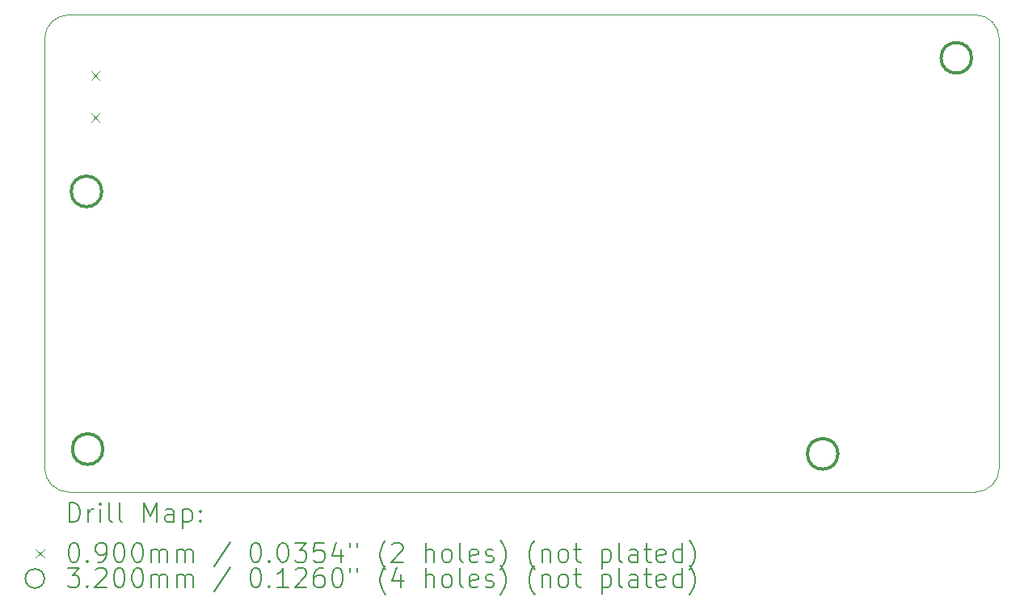
<source format=gbr>
%TF.GenerationSoftware,KiCad,Pcbnew,8.0.4-8.0.4-0~ubuntu24.04.1*%
%TF.CreationDate,2024-07-23T16:29:13+10:00*%
%TF.ProjectId,lo_cate_pcb,6c6f5f63-6174-4655-9f70-63622e6b6963,rev?*%
%TF.SameCoordinates,Original*%
%TF.FileFunction,Drillmap*%
%TF.FilePolarity,Positive*%
%FSLAX45Y45*%
G04 Gerber Fmt 4.5, Leading zero omitted, Abs format (unit mm)*
G04 Created by KiCad (PCBNEW 8.0.4-8.0.4-0~ubuntu24.04.1) date 2024-07-23 16:29:13*
%MOMM*%
%LPD*%
G01*
G04 APERTURE LIST*
%ADD10C,0.050000*%
%ADD11C,0.200000*%
%ADD12C,0.100000*%
%ADD13C,0.320000*%
G04 APERTURE END LIST*
D10*
X9752500Y-7610000D02*
X9752500Y-12110000D01*
X19752500Y-12110000D02*
G75*
G02*
X19502500Y-12360000I-250000J0D01*
G01*
X10002500Y-12360000D02*
G75*
G02*
X9752500Y-12110000I0J250000D01*
G01*
X9752500Y-7610000D02*
G75*
G02*
X10002500Y-7360000I250000J0D01*
G01*
X19752500Y-7610000D02*
X19752500Y-12110000D01*
X19502500Y-7360000D02*
G75*
G02*
X19752500Y-7610000I0J-250000D01*
G01*
X10002500Y-7360000D02*
X19502500Y-7360000D01*
X10002500Y-12360000D02*
X19502500Y-12360000D01*
D11*
D12*
X10237500Y-7953000D02*
X10327500Y-8043000D01*
X10327500Y-7953000D02*
X10237500Y-8043000D01*
X10237500Y-8393000D02*
X10327500Y-8483000D01*
X10327500Y-8393000D02*
X10237500Y-8483000D01*
D13*
X10350000Y-9210000D02*
G75*
G02*
X10030000Y-9210000I-160000J0D01*
G01*
X10030000Y-9210000D02*
G75*
G02*
X10350000Y-9210000I160000J0D01*
G01*
X10362500Y-11910000D02*
G75*
G02*
X10042500Y-11910000I-160000J0D01*
G01*
X10042500Y-11910000D02*
G75*
G02*
X10362500Y-11910000I160000J0D01*
G01*
X18062500Y-11960000D02*
G75*
G02*
X17742500Y-11960000I-160000J0D01*
G01*
X17742500Y-11960000D02*
G75*
G02*
X18062500Y-11960000I160000J0D01*
G01*
X19462500Y-7810000D02*
G75*
G02*
X19142500Y-7810000I-160000J0D01*
G01*
X19142500Y-7810000D02*
G75*
G02*
X19462500Y-7810000I160000J0D01*
G01*
D11*
X10010777Y-12673984D02*
X10010777Y-12473984D01*
X10010777Y-12473984D02*
X10058396Y-12473984D01*
X10058396Y-12473984D02*
X10086967Y-12483508D01*
X10086967Y-12483508D02*
X10106015Y-12502555D01*
X10106015Y-12502555D02*
X10115539Y-12521603D01*
X10115539Y-12521603D02*
X10125063Y-12559698D01*
X10125063Y-12559698D02*
X10125063Y-12588269D01*
X10125063Y-12588269D02*
X10115539Y-12626365D01*
X10115539Y-12626365D02*
X10106015Y-12645412D01*
X10106015Y-12645412D02*
X10086967Y-12664460D01*
X10086967Y-12664460D02*
X10058396Y-12673984D01*
X10058396Y-12673984D02*
X10010777Y-12673984D01*
X10210777Y-12673984D02*
X10210777Y-12540650D01*
X10210777Y-12578746D02*
X10220301Y-12559698D01*
X10220301Y-12559698D02*
X10229824Y-12550174D01*
X10229824Y-12550174D02*
X10248872Y-12540650D01*
X10248872Y-12540650D02*
X10267920Y-12540650D01*
X10334586Y-12673984D02*
X10334586Y-12540650D01*
X10334586Y-12473984D02*
X10325063Y-12483508D01*
X10325063Y-12483508D02*
X10334586Y-12493031D01*
X10334586Y-12493031D02*
X10344110Y-12483508D01*
X10344110Y-12483508D02*
X10334586Y-12473984D01*
X10334586Y-12473984D02*
X10334586Y-12493031D01*
X10458396Y-12673984D02*
X10439348Y-12664460D01*
X10439348Y-12664460D02*
X10429824Y-12645412D01*
X10429824Y-12645412D02*
X10429824Y-12473984D01*
X10563158Y-12673984D02*
X10544110Y-12664460D01*
X10544110Y-12664460D02*
X10534586Y-12645412D01*
X10534586Y-12645412D02*
X10534586Y-12473984D01*
X10791729Y-12673984D02*
X10791729Y-12473984D01*
X10791729Y-12473984D02*
X10858396Y-12616841D01*
X10858396Y-12616841D02*
X10925063Y-12473984D01*
X10925063Y-12473984D02*
X10925063Y-12673984D01*
X11106015Y-12673984D02*
X11106015Y-12569222D01*
X11106015Y-12569222D02*
X11096491Y-12550174D01*
X11096491Y-12550174D02*
X11077444Y-12540650D01*
X11077444Y-12540650D02*
X11039348Y-12540650D01*
X11039348Y-12540650D02*
X11020301Y-12550174D01*
X11106015Y-12664460D02*
X11086967Y-12673984D01*
X11086967Y-12673984D02*
X11039348Y-12673984D01*
X11039348Y-12673984D02*
X11020301Y-12664460D01*
X11020301Y-12664460D02*
X11010777Y-12645412D01*
X11010777Y-12645412D02*
X11010777Y-12626365D01*
X11010777Y-12626365D02*
X11020301Y-12607317D01*
X11020301Y-12607317D02*
X11039348Y-12597793D01*
X11039348Y-12597793D02*
X11086967Y-12597793D01*
X11086967Y-12597793D02*
X11106015Y-12588269D01*
X11201253Y-12540650D02*
X11201253Y-12740650D01*
X11201253Y-12550174D02*
X11220301Y-12540650D01*
X11220301Y-12540650D02*
X11258396Y-12540650D01*
X11258396Y-12540650D02*
X11277443Y-12550174D01*
X11277443Y-12550174D02*
X11286967Y-12559698D01*
X11286967Y-12559698D02*
X11296491Y-12578746D01*
X11296491Y-12578746D02*
X11296491Y-12635888D01*
X11296491Y-12635888D02*
X11286967Y-12654936D01*
X11286967Y-12654936D02*
X11277443Y-12664460D01*
X11277443Y-12664460D02*
X11258396Y-12673984D01*
X11258396Y-12673984D02*
X11220301Y-12673984D01*
X11220301Y-12673984D02*
X11201253Y-12664460D01*
X11382205Y-12654936D02*
X11391729Y-12664460D01*
X11391729Y-12664460D02*
X11382205Y-12673984D01*
X11382205Y-12673984D02*
X11372682Y-12664460D01*
X11372682Y-12664460D02*
X11382205Y-12654936D01*
X11382205Y-12654936D02*
X11382205Y-12673984D01*
X11382205Y-12550174D02*
X11391729Y-12559698D01*
X11391729Y-12559698D02*
X11382205Y-12569222D01*
X11382205Y-12569222D02*
X11372682Y-12559698D01*
X11372682Y-12559698D02*
X11382205Y-12550174D01*
X11382205Y-12550174D02*
X11382205Y-12569222D01*
D12*
X9660000Y-12957500D02*
X9750000Y-13047500D01*
X9750000Y-12957500D02*
X9660000Y-13047500D01*
D11*
X10048872Y-12893984D02*
X10067920Y-12893984D01*
X10067920Y-12893984D02*
X10086967Y-12903508D01*
X10086967Y-12903508D02*
X10096491Y-12913031D01*
X10096491Y-12913031D02*
X10106015Y-12932079D01*
X10106015Y-12932079D02*
X10115539Y-12970174D01*
X10115539Y-12970174D02*
X10115539Y-13017793D01*
X10115539Y-13017793D02*
X10106015Y-13055888D01*
X10106015Y-13055888D02*
X10096491Y-13074936D01*
X10096491Y-13074936D02*
X10086967Y-13084460D01*
X10086967Y-13084460D02*
X10067920Y-13093984D01*
X10067920Y-13093984D02*
X10048872Y-13093984D01*
X10048872Y-13093984D02*
X10029824Y-13084460D01*
X10029824Y-13084460D02*
X10020301Y-13074936D01*
X10020301Y-13074936D02*
X10010777Y-13055888D01*
X10010777Y-13055888D02*
X10001253Y-13017793D01*
X10001253Y-13017793D02*
X10001253Y-12970174D01*
X10001253Y-12970174D02*
X10010777Y-12932079D01*
X10010777Y-12932079D02*
X10020301Y-12913031D01*
X10020301Y-12913031D02*
X10029824Y-12903508D01*
X10029824Y-12903508D02*
X10048872Y-12893984D01*
X10201253Y-13074936D02*
X10210777Y-13084460D01*
X10210777Y-13084460D02*
X10201253Y-13093984D01*
X10201253Y-13093984D02*
X10191729Y-13084460D01*
X10191729Y-13084460D02*
X10201253Y-13074936D01*
X10201253Y-13074936D02*
X10201253Y-13093984D01*
X10306015Y-13093984D02*
X10344110Y-13093984D01*
X10344110Y-13093984D02*
X10363158Y-13084460D01*
X10363158Y-13084460D02*
X10372682Y-13074936D01*
X10372682Y-13074936D02*
X10391729Y-13046365D01*
X10391729Y-13046365D02*
X10401253Y-13008269D01*
X10401253Y-13008269D02*
X10401253Y-12932079D01*
X10401253Y-12932079D02*
X10391729Y-12913031D01*
X10391729Y-12913031D02*
X10382205Y-12903508D01*
X10382205Y-12903508D02*
X10363158Y-12893984D01*
X10363158Y-12893984D02*
X10325063Y-12893984D01*
X10325063Y-12893984D02*
X10306015Y-12903508D01*
X10306015Y-12903508D02*
X10296491Y-12913031D01*
X10296491Y-12913031D02*
X10286967Y-12932079D01*
X10286967Y-12932079D02*
X10286967Y-12979698D01*
X10286967Y-12979698D02*
X10296491Y-12998746D01*
X10296491Y-12998746D02*
X10306015Y-13008269D01*
X10306015Y-13008269D02*
X10325063Y-13017793D01*
X10325063Y-13017793D02*
X10363158Y-13017793D01*
X10363158Y-13017793D02*
X10382205Y-13008269D01*
X10382205Y-13008269D02*
X10391729Y-12998746D01*
X10391729Y-12998746D02*
X10401253Y-12979698D01*
X10525063Y-12893984D02*
X10544110Y-12893984D01*
X10544110Y-12893984D02*
X10563158Y-12903508D01*
X10563158Y-12903508D02*
X10572682Y-12913031D01*
X10572682Y-12913031D02*
X10582205Y-12932079D01*
X10582205Y-12932079D02*
X10591729Y-12970174D01*
X10591729Y-12970174D02*
X10591729Y-13017793D01*
X10591729Y-13017793D02*
X10582205Y-13055888D01*
X10582205Y-13055888D02*
X10572682Y-13074936D01*
X10572682Y-13074936D02*
X10563158Y-13084460D01*
X10563158Y-13084460D02*
X10544110Y-13093984D01*
X10544110Y-13093984D02*
X10525063Y-13093984D01*
X10525063Y-13093984D02*
X10506015Y-13084460D01*
X10506015Y-13084460D02*
X10496491Y-13074936D01*
X10496491Y-13074936D02*
X10486967Y-13055888D01*
X10486967Y-13055888D02*
X10477444Y-13017793D01*
X10477444Y-13017793D02*
X10477444Y-12970174D01*
X10477444Y-12970174D02*
X10486967Y-12932079D01*
X10486967Y-12932079D02*
X10496491Y-12913031D01*
X10496491Y-12913031D02*
X10506015Y-12903508D01*
X10506015Y-12903508D02*
X10525063Y-12893984D01*
X10715539Y-12893984D02*
X10734586Y-12893984D01*
X10734586Y-12893984D02*
X10753634Y-12903508D01*
X10753634Y-12903508D02*
X10763158Y-12913031D01*
X10763158Y-12913031D02*
X10772682Y-12932079D01*
X10772682Y-12932079D02*
X10782205Y-12970174D01*
X10782205Y-12970174D02*
X10782205Y-13017793D01*
X10782205Y-13017793D02*
X10772682Y-13055888D01*
X10772682Y-13055888D02*
X10763158Y-13074936D01*
X10763158Y-13074936D02*
X10753634Y-13084460D01*
X10753634Y-13084460D02*
X10734586Y-13093984D01*
X10734586Y-13093984D02*
X10715539Y-13093984D01*
X10715539Y-13093984D02*
X10696491Y-13084460D01*
X10696491Y-13084460D02*
X10686967Y-13074936D01*
X10686967Y-13074936D02*
X10677444Y-13055888D01*
X10677444Y-13055888D02*
X10667920Y-13017793D01*
X10667920Y-13017793D02*
X10667920Y-12970174D01*
X10667920Y-12970174D02*
X10677444Y-12932079D01*
X10677444Y-12932079D02*
X10686967Y-12913031D01*
X10686967Y-12913031D02*
X10696491Y-12903508D01*
X10696491Y-12903508D02*
X10715539Y-12893984D01*
X10867920Y-13093984D02*
X10867920Y-12960650D01*
X10867920Y-12979698D02*
X10877444Y-12970174D01*
X10877444Y-12970174D02*
X10896491Y-12960650D01*
X10896491Y-12960650D02*
X10925063Y-12960650D01*
X10925063Y-12960650D02*
X10944110Y-12970174D01*
X10944110Y-12970174D02*
X10953634Y-12989222D01*
X10953634Y-12989222D02*
X10953634Y-13093984D01*
X10953634Y-12989222D02*
X10963158Y-12970174D01*
X10963158Y-12970174D02*
X10982205Y-12960650D01*
X10982205Y-12960650D02*
X11010777Y-12960650D01*
X11010777Y-12960650D02*
X11029825Y-12970174D01*
X11029825Y-12970174D02*
X11039348Y-12989222D01*
X11039348Y-12989222D02*
X11039348Y-13093984D01*
X11134586Y-13093984D02*
X11134586Y-12960650D01*
X11134586Y-12979698D02*
X11144110Y-12970174D01*
X11144110Y-12970174D02*
X11163158Y-12960650D01*
X11163158Y-12960650D02*
X11191729Y-12960650D01*
X11191729Y-12960650D02*
X11210777Y-12970174D01*
X11210777Y-12970174D02*
X11220301Y-12989222D01*
X11220301Y-12989222D02*
X11220301Y-13093984D01*
X11220301Y-12989222D02*
X11229824Y-12970174D01*
X11229824Y-12970174D02*
X11248872Y-12960650D01*
X11248872Y-12960650D02*
X11277443Y-12960650D01*
X11277443Y-12960650D02*
X11296491Y-12970174D01*
X11296491Y-12970174D02*
X11306015Y-12989222D01*
X11306015Y-12989222D02*
X11306015Y-13093984D01*
X11696491Y-12884460D02*
X11525063Y-13141603D01*
X11953634Y-12893984D02*
X11972682Y-12893984D01*
X11972682Y-12893984D02*
X11991729Y-12903508D01*
X11991729Y-12903508D02*
X12001253Y-12913031D01*
X12001253Y-12913031D02*
X12010777Y-12932079D01*
X12010777Y-12932079D02*
X12020301Y-12970174D01*
X12020301Y-12970174D02*
X12020301Y-13017793D01*
X12020301Y-13017793D02*
X12010777Y-13055888D01*
X12010777Y-13055888D02*
X12001253Y-13074936D01*
X12001253Y-13074936D02*
X11991729Y-13084460D01*
X11991729Y-13084460D02*
X11972682Y-13093984D01*
X11972682Y-13093984D02*
X11953634Y-13093984D01*
X11953634Y-13093984D02*
X11934586Y-13084460D01*
X11934586Y-13084460D02*
X11925063Y-13074936D01*
X11925063Y-13074936D02*
X11915539Y-13055888D01*
X11915539Y-13055888D02*
X11906015Y-13017793D01*
X11906015Y-13017793D02*
X11906015Y-12970174D01*
X11906015Y-12970174D02*
X11915539Y-12932079D01*
X11915539Y-12932079D02*
X11925063Y-12913031D01*
X11925063Y-12913031D02*
X11934586Y-12903508D01*
X11934586Y-12903508D02*
X11953634Y-12893984D01*
X12106015Y-13074936D02*
X12115539Y-13084460D01*
X12115539Y-13084460D02*
X12106015Y-13093984D01*
X12106015Y-13093984D02*
X12096491Y-13084460D01*
X12096491Y-13084460D02*
X12106015Y-13074936D01*
X12106015Y-13074936D02*
X12106015Y-13093984D01*
X12239348Y-12893984D02*
X12258396Y-12893984D01*
X12258396Y-12893984D02*
X12277444Y-12903508D01*
X12277444Y-12903508D02*
X12286967Y-12913031D01*
X12286967Y-12913031D02*
X12296491Y-12932079D01*
X12296491Y-12932079D02*
X12306015Y-12970174D01*
X12306015Y-12970174D02*
X12306015Y-13017793D01*
X12306015Y-13017793D02*
X12296491Y-13055888D01*
X12296491Y-13055888D02*
X12286967Y-13074936D01*
X12286967Y-13074936D02*
X12277444Y-13084460D01*
X12277444Y-13084460D02*
X12258396Y-13093984D01*
X12258396Y-13093984D02*
X12239348Y-13093984D01*
X12239348Y-13093984D02*
X12220301Y-13084460D01*
X12220301Y-13084460D02*
X12210777Y-13074936D01*
X12210777Y-13074936D02*
X12201253Y-13055888D01*
X12201253Y-13055888D02*
X12191729Y-13017793D01*
X12191729Y-13017793D02*
X12191729Y-12970174D01*
X12191729Y-12970174D02*
X12201253Y-12932079D01*
X12201253Y-12932079D02*
X12210777Y-12913031D01*
X12210777Y-12913031D02*
X12220301Y-12903508D01*
X12220301Y-12903508D02*
X12239348Y-12893984D01*
X12372682Y-12893984D02*
X12496491Y-12893984D01*
X12496491Y-12893984D02*
X12429825Y-12970174D01*
X12429825Y-12970174D02*
X12458396Y-12970174D01*
X12458396Y-12970174D02*
X12477444Y-12979698D01*
X12477444Y-12979698D02*
X12486967Y-12989222D01*
X12486967Y-12989222D02*
X12496491Y-13008269D01*
X12496491Y-13008269D02*
X12496491Y-13055888D01*
X12496491Y-13055888D02*
X12486967Y-13074936D01*
X12486967Y-13074936D02*
X12477444Y-13084460D01*
X12477444Y-13084460D02*
X12458396Y-13093984D01*
X12458396Y-13093984D02*
X12401253Y-13093984D01*
X12401253Y-13093984D02*
X12382206Y-13084460D01*
X12382206Y-13084460D02*
X12372682Y-13074936D01*
X12677444Y-12893984D02*
X12582206Y-12893984D01*
X12582206Y-12893984D02*
X12572682Y-12989222D01*
X12572682Y-12989222D02*
X12582206Y-12979698D01*
X12582206Y-12979698D02*
X12601253Y-12970174D01*
X12601253Y-12970174D02*
X12648872Y-12970174D01*
X12648872Y-12970174D02*
X12667920Y-12979698D01*
X12667920Y-12979698D02*
X12677444Y-12989222D01*
X12677444Y-12989222D02*
X12686967Y-13008269D01*
X12686967Y-13008269D02*
X12686967Y-13055888D01*
X12686967Y-13055888D02*
X12677444Y-13074936D01*
X12677444Y-13074936D02*
X12667920Y-13084460D01*
X12667920Y-13084460D02*
X12648872Y-13093984D01*
X12648872Y-13093984D02*
X12601253Y-13093984D01*
X12601253Y-13093984D02*
X12582206Y-13084460D01*
X12582206Y-13084460D02*
X12572682Y-13074936D01*
X12858396Y-12960650D02*
X12858396Y-13093984D01*
X12810777Y-12884460D02*
X12763158Y-13027317D01*
X12763158Y-13027317D02*
X12886967Y-13027317D01*
X12953634Y-12893984D02*
X12953634Y-12932079D01*
X13029825Y-12893984D02*
X13029825Y-12932079D01*
X13325063Y-13170174D02*
X13315539Y-13160650D01*
X13315539Y-13160650D02*
X13296491Y-13132079D01*
X13296491Y-13132079D02*
X13286968Y-13113031D01*
X13286968Y-13113031D02*
X13277444Y-13084460D01*
X13277444Y-13084460D02*
X13267920Y-13036841D01*
X13267920Y-13036841D02*
X13267920Y-12998746D01*
X13267920Y-12998746D02*
X13277444Y-12951127D01*
X13277444Y-12951127D02*
X13286968Y-12922555D01*
X13286968Y-12922555D02*
X13296491Y-12903508D01*
X13296491Y-12903508D02*
X13315539Y-12874936D01*
X13315539Y-12874936D02*
X13325063Y-12865412D01*
X13391729Y-12913031D02*
X13401253Y-12903508D01*
X13401253Y-12903508D02*
X13420301Y-12893984D01*
X13420301Y-12893984D02*
X13467920Y-12893984D01*
X13467920Y-12893984D02*
X13486968Y-12903508D01*
X13486968Y-12903508D02*
X13496491Y-12913031D01*
X13496491Y-12913031D02*
X13506015Y-12932079D01*
X13506015Y-12932079D02*
X13506015Y-12951127D01*
X13506015Y-12951127D02*
X13496491Y-12979698D01*
X13496491Y-12979698D02*
X13382206Y-13093984D01*
X13382206Y-13093984D02*
X13506015Y-13093984D01*
X13744110Y-13093984D02*
X13744110Y-12893984D01*
X13829825Y-13093984D02*
X13829825Y-12989222D01*
X13829825Y-12989222D02*
X13820301Y-12970174D01*
X13820301Y-12970174D02*
X13801253Y-12960650D01*
X13801253Y-12960650D02*
X13772682Y-12960650D01*
X13772682Y-12960650D02*
X13753634Y-12970174D01*
X13753634Y-12970174D02*
X13744110Y-12979698D01*
X13953634Y-13093984D02*
X13934587Y-13084460D01*
X13934587Y-13084460D02*
X13925063Y-13074936D01*
X13925063Y-13074936D02*
X13915539Y-13055888D01*
X13915539Y-13055888D02*
X13915539Y-12998746D01*
X13915539Y-12998746D02*
X13925063Y-12979698D01*
X13925063Y-12979698D02*
X13934587Y-12970174D01*
X13934587Y-12970174D02*
X13953634Y-12960650D01*
X13953634Y-12960650D02*
X13982206Y-12960650D01*
X13982206Y-12960650D02*
X14001253Y-12970174D01*
X14001253Y-12970174D02*
X14010777Y-12979698D01*
X14010777Y-12979698D02*
X14020301Y-12998746D01*
X14020301Y-12998746D02*
X14020301Y-13055888D01*
X14020301Y-13055888D02*
X14010777Y-13074936D01*
X14010777Y-13074936D02*
X14001253Y-13084460D01*
X14001253Y-13084460D02*
X13982206Y-13093984D01*
X13982206Y-13093984D02*
X13953634Y-13093984D01*
X14134587Y-13093984D02*
X14115539Y-13084460D01*
X14115539Y-13084460D02*
X14106015Y-13065412D01*
X14106015Y-13065412D02*
X14106015Y-12893984D01*
X14286968Y-13084460D02*
X14267920Y-13093984D01*
X14267920Y-13093984D02*
X14229825Y-13093984D01*
X14229825Y-13093984D02*
X14210777Y-13084460D01*
X14210777Y-13084460D02*
X14201253Y-13065412D01*
X14201253Y-13065412D02*
X14201253Y-12989222D01*
X14201253Y-12989222D02*
X14210777Y-12970174D01*
X14210777Y-12970174D02*
X14229825Y-12960650D01*
X14229825Y-12960650D02*
X14267920Y-12960650D01*
X14267920Y-12960650D02*
X14286968Y-12970174D01*
X14286968Y-12970174D02*
X14296491Y-12989222D01*
X14296491Y-12989222D02*
X14296491Y-13008269D01*
X14296491Y-13008269D02*
X14201253Y-13027317D01*
X14372682Y-13084460D02*
X14391730Y-13093984D01*
X14391730Y-13093984D02*
X14429825Y-13093984D01*
X14429825Y-13093984D02*
X14448872Y-13084460D01*
X14448872Y-13084460D02*
X14458396Y-13065412D01*
X14458396Y-13065412D02*
X14458396Y-13055888D01*
X14458396Y-13055888D02*
X14448872Y-13036841D01*
X14448872Y-13036841D02*
X14429825Y-13027317D01*
X14429825Y-13027317D02*
X14401253Y-13027317D01*
X14401253Y-13027317D02*
X14382206Y-13017793D01*
X14382206Y-13017793D02*
X14372682Y-12998746D01*
X14372682Y-12998746D02*
X14372682Y-12989222D01*
X14372682Y-12989222D02*
X14382206Y-12970174D01*
X14382206Y-12970174D02*
X14401253Y-12960650D01*
X14401253Y-12960650D02*
X14429825Y-12960650D01*
X14429825Y-12960650D02*
X14448872Y-12970174D01*
X14525063Y-13170174D02*
X14534587Y-13160650D01*
X14534587Y-13160650D02*
X14553634Y-13132079D01*
X14553634Y-13132079D02*
X14563158Y-13113031D01*
X14563158Y-13113031D02*
X14572682Y-13084460D01*
X14572682Y-13084460D02*
X14582206Y-13036841D01*
X14582206Y-13036841D02*
X14582206Y-12998746D01*
X14582206Y-12998746D02*
X14572682Y-12951127D01*
X14572682Y-12951127D02*
X14563158Y-12922555D01*
X14563158Y-12922555D02*
X14553634Y-12903508D01*
X14553634Y-12903508D02*
X14534587Y-12874936D01*
X14534587Y-12874936D02*
X14525063Y-12865412D01*
X14886968Y-13170174D02*
X14877444Y-13160650D01*
X14877444Y-13160650D02*
X14858396Y-13132079D01*
X14858396Y-13132079D02*
X14848872Y-13113031D01*
X14848872Y-13113031D02*
X14839349Y-13084460D01*
X14839349Y-13084460D02*
X14829825Y-13036841D01*
X14829825Y-13036841D02*
X14829825Y-12998746D01*
X14829825Y-12998746D02*
X14839349Y-12951127D01*
X14839349Y-12951127D02*
X14848872Y-12922555D01*
X14848872Y-12922555D02*
X14858396Y-12903508D01*
X14858396Y-12903508D02*
X14877444Y-12874936D01*
X14877444Y-12874936D02*
X14886968Y-12865412D01*
X14963158Y-12960650D02*
X14963158Y-13093984D01*
X14963158Y-12979698D02*
X14972682Y-12970174D01*
X14972682Y-12970174D02*
X14991730Y-12960650D01*
X14991730Y-12960650D02*
X15020301Y-12960650D01*
X15020301Y-12960650D02*
X15039349Y-12970174D01*
X15039349Y-12970174D02*
X15048872Y-12989222D01*
X15048872Y-12989222D02*
X15048872Y-13093984D01*
X15172682Y-13093984D02*
X15153634Y-13084460D01*
X15153634Y-13084460D02*
X15144111Y-13074936D01*
X15144111Y-13074936D02*
X15134587Y-13055888D01*
X15134587Y-13055888D02*
X15134587Y-12998746D01*
X15134587Y-12998746D02*
X15144111Y-12979698D01*
X15144111Y-12979698D02*
X15153634Y-12970174D01*
X15153634Y-12970174D02*
X15172682Y-12960650D01*
X15172682Y-12960650D02*
X15201253Y-12960650D01*
X15201253Y-12960650D02*
X15220301Y-12970174D01*
X15220301Y-12970174D02*
X15229825Y-12979698D01*
X15229825Y-12979698D02*
X15239349Y-12998746D01*
X15239349Y-12998746D02*
X15239349Y-13055888D01*
X15239349Y-13055888D02*
X15229825Y-13074936D01*
X15229825Y-13074936D02*
X15220301Y-13084460D01*
X15220301Y-13084460D02*
X15201253Y-13093984D01*
X15201253Y-13093984D02*
X15172682Y-13093984D01*
X15296492Y-12960650D02*
X15372682Y-12960650D01*
X15325063Y-12893984D02*
X15325063Y-13065412D01*
X15325063Y-13065412D02*
X15334587Y-13084460D01*
X15334587Y-13084460D02*
X15353634Y-13093984D01*
X15353634Y-13093984D02*
X15372682Y-13093984D01*
X15591730Y-12960650D02*
X15591730Y-13160650D01*
X15591730Y-12970174D02*
X15610777Y-12960650D01*
X15610777Y-12960650D02*
X15648873Y-12960650D01*
X15648873Y-12960650D02*
X15667920Y-12970174D01*
X15667920Y-12970174D02*
X15677444Y-12979698D01*
X15677444Y-12979698D02*
X15686968Y-12998746D01*
X15686968Y-12998746D02*
X15686968Y-13055888D01*
X15686968Y-13055888D02*
X15677444Y-13074936D01*
X15677444Y-13074936D02*
X15667920Y-13084460D01*
X15667920Y-13084460D02*
X15648873Y-13093984D01*
X15648873Y-13093984D02*
X15610777Y-13093984D01*
X15610777Y-13093984D02*
X15591730Y-13084460D01*
X15801253Y-13093984D02*
X15782206Y-13084460D01*
X15782206Y-13084460D02*
X15772682Y-13065412D01*
X15772682Y-13065412D02*
X15772682Y-12893984D01*
X15963158Y-13093984D02*
X15963158Y-12989222D01*
X15963158Y-12989222D02*
X15953634Y-12970174D01*
X15953634Y-12970174D02*
X15934587Y-12960650D01*
X15934587Y-12960650D02*
X15896492Y-12960650D01*
X15896492Y-12960650D02*
X15877444Y-12970174D01*
X15963158Y-13084460D02*
X15944111Y-13093984D01*
X15944111Y-13093984D02*
X15896492Y-13093984D01*
X15896492Y-13093984D02*
X15877444Y-13084460D01*
X15877444Y-13084460D02*
X15867920Y-13065412D01*
X15867920Y-13065412D02*
X15867920Y-13046365D01*
X15867920Y-13046365D02*
X15877444Y-13027317D01*
X15877444Y-13027317D02*
X15896492Y-13017793D01*
X15896492Y-13017793D02*
X15944111Y-13017793D01*
X15944111Y-13017793D02*
X15963158Y-13008269D01*
X16029825Y-12960650D02*
X16106015Y-12960650D01*
X16058396Y-12893984D02*
X16058396Y-13065412D01*
X16058396Y-13065412D02*
X16067920Y-13084460D01*
X16067920Y-13084460D02*
X16086968Y-13093984D01*
X16086968Y-13093984D02*
X16106015Y-13093984D01*
X16248873Y-13084460D02*
X16229825Y-13093984D01*
X16229825Y-13093984D02*
X16191730Y-13093984D01*
X16191730Y-13093984D02*
X16172682Y-13084460D01*
X16172682Y-13084460D02*
X16163158Y-13065412D01*
X16163158Y-13065412D02*
X16163158Y-12989222D01*
X16163158Y-12989222D02*
X16172682Y-12970174D01*
X16172682Y-12970174D02*
X16191730Y-12960650D01*
X16191730Y-12960650D02*
X16229825Y-12960650D01*
X16229825Y-12960650D02*
X16248873Y-12970174D01*
X16248873Y-12970174D02*
X16258396Y-12989222D01*
X16258396Y-12989222D02*
X16258396Y-13008269D01*
X16258396Y-13008269D02*
X16163158Y-13027317D01*
X16429825Y-13093984D02*
X16429825Y-12893984D01*
X16429825Y-13084460D02*
X16410777Y-13093984D01*
X16410777Y-13093984D02*
X16372682Y-13093984D01*
X16372682Y-13093984D02*
X16353634Y-13084460D01*
X16353634Y-13084460D02*
X16344111Y-13074936D01*
X16344111Y-13074936D02*
X16334587Y-13055888D01*
X16334587Y-13055888D02*
X16334587Y-12998746D01*
X16334587Y-12998746D02*
X16344111Y-12979698D01*
X16344111Y-12979698D02*
X16353634Y-12970174D01*
X16353634Y-12970174D02*
X16372682Y-12960650D01*
X16372682Y-12960650D02*
X16410777Y-12960650D01*
X16410777Y-12960650D02*
X16429825Y-12970174D01*
X16506015Y-13170174D02*
X16515539Y-13160650D01*
X16515539Y-13160650D02*
X16534587Y-13132079D01*
X16534587Y-13132079D02*
X16544111Y-13113031D01*
X16544111Y-13113031D02*
X16553634Y-13084460D01*
X16553634Y-13084460D02*
X16563158Y-13036841D01*
X16563158Y-13036841D02*
X16563158Y-12998746D01*
X16563158Y-12998746D02*
X16553634Y-12951127D01*
X16553634Y-12951127D02*
X16544111Y-12922555D01*
X16544111Y-12922555D02*
X16534587Y-12903508D01*
X16534587Y-12903508D02*
X16515539Y-12874936D01*
X16515539Y-12874936D02*
X16506015Y-12865412D01*
X9750000Y-13266500D02*
G75*
G02*
X9550000Y-13266500I-100000J0D01*
G01*
X9550000Y-13266500D02*
G75*
G02*
X9750000Y-13266500I100000J0D01*
G01*
X9991729Y-13157984D02*
X10115539Y-13157984D01*
X10115539Y-13157984D02*
X10048872Y-13234174D01*
X10048872Y-13234174D02*
X10077444Y-13234174D01*
X10077444Y-13234174D02*
X10096491Y-13243698D01*
X10096491Y-13243698D02*
X10106015Y-13253222D01*
X10106015Y-13253222D02*
X10115539Y-13272269D01*
X10115539Y-13272269D02*
X10115539Y-13319888D01*
X10115539Y-13319888D02*
X10106015Y-13338936D01*
X10106015Y-13338936D02*
X10096491Y-13348460D01*
X10096491Y-13348460D02*
X10077444Y-13357984D01*
X10077444Y-13357984D02*
X10020301Y-13357984D01*
X10020301Y-13357984D02*
X10001253Y-13348460D01*
X10001253Y-13348460D02*
X9991729Y-13338936D01*
X10201253Y-13338936D02*
X10210777Y-13348460D01*
X10210777Y-13348460D02*
X10201253Y-13357984D01*
X10201253Y-13357984D02*
X10191729Y-13348460D01*
X10191729Y-13348460D02*
X10201253Y-13338936D01*
X10201253Y-13338936D02*
X10201253Y-13357984D01*
X10286967Y-13177031D02*
X10296491Y-13167508D01*
X10296491Y-13167508D02*
X10315539Y-13157984D01*
X10315539Y-13157984D02*
X10363158Y-13157984D01*
X10363158Y-13157984D02*
X10382205Y-13167508D01*
X10382205Y-13167508D02*
X10391729Y-13177031D01*
X10391729Y-13177031D02*
X10401253Y-13196079D01*
X10401253Y-13196079D02*
X10401253Y-13215127D01*
X10401253Y-13215127D02*
X10391729Y-13243698D01*
X10391729Y-13243698D02*
X10277444Y-13357984D01*
X10277444Y-13357984D02*
X10401253Y-13357984D01*
X10525063Y-13157984D02*
X10544110Y-13157984D01*
X10544110Y-13157984D02*
X10563158Y-13167508D01*
X10563158Y-13167508D02*
X10572682Y-13177031D01*
X10572682Y-13177031D02*
X10582205Y-13196079D01*
X10582205Y-13196079D02*
X10591729Y-13234174D01*
X10591729Y-13234174D02*
X10591729Y-13281793D01*
X10591729Y-13281793D02*
X10582205Y-13319888D01*
X10582205Y-13319888D02*
X10572682Y-13338936D01*
X10572682Y-13338936D02*
X10563158Y-13348460D01*
X10563158Y-13348460D02*
X10544110Y-13357984D01*
X10544110Y-13357984D02*
X10525063Y-13357984D01*
X10525063Y-13357984D02*
X10506015Y-13348460D01*
X10506015Y-13348460D02*
X10496491Y-13338936D01*
X10496491Y-13338936D02*
X10486967Y-13319888D01*
X10486967Y-13319888D02*
X10477444Y-13281793D01*
X10477444Y-13281793D02*
X10477444Y-13234174D01*
X10477444Y-13234174D02*
X10486967Y-13196079D01*
X10486967Y-13196079D02*
X10496491Y-13177031D01*
X10496491Y-13177031D02*
X10506015Y-13167508D01*
X10506015Y-13167508D02*
X10525063Y-13157984D01*
X10715539Y-13157984D02*
X10734586Y-13157984D01*
X10734586Y-13157984D02*
X10753634Y-13167508D01*
X10753634Y-13167508D02*
X10763158Y-13177031D01*
X10763158Y-13177031D02*
X10772682Y-13196079D01*
X10772682Y-13196079D02*
X10782205Y-13234174D01*
X10782205Y-13234174D02*
X10782205Y-13281793D01*
X10782205Y-13281793D02*
X10772682Y-13319888D01*
X10772682Y-13319888D02*
X10763158Y-13338936D01*
X10763158Y-13338936D02*
X10753634Y-13348460D01*
X10753634Y-13348460D02*
X10734586Y-13357984D01*
X10734586Y-13357984D02*
X10715539Y-13357984D01*
X10715539Y-13357984D02*
X10696491Y-13348460D01*
X10696491Y-13348460D02*
X10686967Y-13338936D01*
X10686967Y-13338936D02*
X10677444Y-13319888D01*
X10677444Y-13319888D02*
X10667920Y-13281793D01*
X10667920Y-13281793D02*
X10667920Y-13234174D01*
X10667920Y-13234174D02*
X10677444Y-13196079D01*
X10677444Y-13196079D02*
X10686967Y-13177031D01*
X10686967Y-13177031D02*
X10696491Y-13167508D01*
X10696491Y-13167508D02*
X10715539Y-13157984D01*
X10867920Y-13357984D02*
X10867920Y-13224650D01*
X10867920Y-13243698D02*
X10877444Y-13234174D01*
X10877444Y-13234174D02*
X10896491Y-13224650D01*
X10896491Y-13224650D02*
X10925063Y-13224650D01*
X10925063Y-13224650D02*
X10944110Y-13234174D01*
X10944110Y-13234174D02*
X10953634Y-13253222D01*
X10953634Y-13253222D02*
X10953634Y-13357984D01*
X10953634Y-13253222D02*
X10963158Y-13234174D01*
X10963158Y-13234174D02*
X10982205Y-13224650D01*
X10982205Y-13224650D02*
X11010777Y-13224650D01*
X11010777Y-13224650D02*
X11029825Y-13234174D01*
X11029825Y-13234174D02*
X11039348Y-13253222D01*
X11039348Y-13253222D02*
X11039348Y-13357984D01*
X11134586Y-13357984D02*
X11134586Y-13224650D01*
X11134586Y-13243698D02*
X11144110Y-13234174D01*
X11144110Y-13234174D02*
X11163158Y-13224650D01*
X11163158Y-13224650D02*
X11191729Y-13224650D01*
X11191729Y-13224650D02*
X11210777Y-13234174D01*
X11210777Y-13234174D02*
X11220301Y-13253222D01*
X11220301Y-13253222D02*
X11220301Y-13357984D01*
X11220301Y-13253222D02*
X11229824Y-13234174D01*
X11229824Y-13234174D02*
X11248872Y-13224650D01*
X11248872Y-13224650D02*
X11277443Y-13224650D01*
X11277443Y-13224650D02*
X11296491Y-13234174D01*
X11296491Y-13234174D02*
X11306015Y-13253222D01*
X11306015Y-13253222D02*
X11306015Y-13357984D01*
X11696491Y-13148460D02*
X11525063Y-13405603D01*
X11953634Y-13157984D02*
X11972682Y-13157984D01*
X11972682Y-13157984D02*
X11991729Y-13167508D01*
X11991729Y-13167508D02*
X12001253Y-13177031D01*
X12001253Y-13177031D02*
X12010777Y-13196079D01*
X12010777Y-13196079D02*
X12020301Y-13234174D01*
X12020301Y-13234174D02*
X12020301Y-13281793D01*
X12020301Y-13281793D02*
X12010777Y-13319888D01*
X12010777Y-13319888D02*
X12001253Y-13338936D01*
X12001253Y-13338936D02*
X11991729Y-13348460D01*
X11991729Y-13348460D02*
X11972682Y-13357984D01*
X11972682Y-13357984D02*
X11953634Y-13357984D01*
X11953634Y-13357984D02*
X11934586Y-13348460D01*
X11934586Y-13348460D02*
X11925063Y-13338936D01*
X11925063Y-13338936D02*
X11915539Y-13319888D01*
X11915539Y-13319888D02*
X11906015Y-13281793D01*
X11906015Y-13281793D02*
X11906015Y-13234174D01*
X11906015Y-13234174D02*
X11915539Y-13196079D01*
X11915539Y-13196079D02*
X11925063Y-13177031D01*
X11925063Y-13177031D02*
X11934586Y-13167508D01*
X11934586Y-13167508D02*
X11953634Y-13157984D01*
X12106015Y-13338936D02*
X12115539Y-13348460D01*
X12115539Y-13348460D02*
X12106015Y-13357984D01*
X12106015Y-13357984D02*
X12096491Y-13348460D01*
X12096491Y-13348460D02*
X12106015Y-13338936D01*
X12106015Y-13338936D02*
X12106015Y-13357984D01*
X12306015Y-13357984D02*
X12191729Y-13357984D01*
X12248872Y-13357984D02*
X12248872Y-13157984D01*
X12248872Y-13157984D02*
X12229825Y-13186555D01*
X12229825Y-13186555D02*
X12210777Y-13205603D01*
X12210777Y-13205603D02*
X12191729Y-13215127D01*
X12382206Y-13177031D02*
X12391729Y-13167508D01*
X12391729Y-13167508D02*
X12410777Y-13157984D01*
X12410777Y-13157984D02*
X12458396Y-13157984D01*
X12458396Y-13157984D02*
X12477444Y-13167508D01*
X12477444Y-13167508D02*
X12486967Y-13177031D01*
X12486967Y-13177031D02*
X12496491Y-13196079D01*
X12496491Y-13196079D02*
X12496491Y-13215127D01*
X12496491Y-13215127D02*
X12486967Y-13243698D01*
X12486967Y-13243698D02*
X12372682Y-13357984D01*
X12372682Y-13357984D02*
X12496491Y-13357984D01*
X12667920Y-13157984D02*
X12629825Y-13157984D01*
X12629825Y-13157984D02*
X12610777Y-13167508D01*
X12610777Y-13167508D02*
X12601253Y-13177031D01*
X12601253Y-13177031D02*
X12582206Y-13205603D01*
X12582206Y-13205603D02*
X12572682Y-13243698D01*
X12572682Y-13243698D02*
X12572682Y-13319888D01*
X12572682Y-13319888D02*
X12582206Y-13338936D01*
X12582206Y-13338936D02*
X12591729Y-13348460D01*
X12591729Y-13348460D02*
X12610777Y-13357984D01*
X12610777Y-13357984D02*
X12648872Y-13357984D01*
X12648872Y-13357984D02*
X12667920Y-13348460D01*
X12667920Y-13348460D02*
X12677444Y-13338936D01*
X12677444Y-13338936D02*
X12686967Y-13319888D01*
X12686967Y-13319888D02*
X12686967Y-13272269D01*
X12686967Y-13272269D02*
X12677444Y-13253222D01*
X12677444Y-13253222D02*
X12667920Y-13243698D01*
X12667920Y-13243698D02*
X12648872Y-13234174D01*
X12648872Y-13234174D02*
X12610777Y-13234174D01*
X12610777Y-13234174D02*
X12591729Y-13243698D01*
X12591729Y-13243698D02*
X12582206Y-13253222D01*
X12582206Y-13253222D02*
X12572682Y-13272269D01*
X12810777Y-13157984D02*
X12829825Y-13157984D01*
X12829825Y-13157984D02*
X12848872Y-13167508D01*
X12848872Y-13167508D02*
X12858396Y-13177031D01*
X12858396Y-13177031D02*
X12867920Y-13196079D01*
X12867920Y-13196079D02*
X12877444Y-13234174D01*
X12877444Y-13234174D02*
X12877444Y-13281793D01*
X12877444Y-13281793D02*
X12867920Y-13319888D01*
X12867920Y-13319888D02*
X12858396Y-13338936D01*
X12858396Y-13338936D02*
X12848872Y-13348460D01*
X12848872Y-13348460D02*
X12829825Y-13357984D01*
X12829825Y-13357984D02*
X12810777Y-13357984D01*
X12810777Y-13357984D02*
X12791729Y-13348460D01*
X12791729Y-13348460D02*
X12782206Y-13338936D01*
X12782206Y-13338936D02*
X12772682Y-13319888D01*
X12772682Y-13319888D02*
X12763158Y-13281793D01*
X12763158Y-13281793D02*
X12763158Y-13234174D01*
X12763158Y-13234174D02*
X12772682Y-13196079D01*
X12772682Y-13196079D02*
X12782206Y-13177031D01*
X12782206Y-13177031D02*
X12791729Y-13167508D01*
X12791729Y-13167508D02*
X12810777Y-13157984D01*
X12953634Y-13157984D02*
X12953634Y-13196079D01*
X13029825Y-13157984D02*
X13029825Y-13196079D01*
X13325063Y-13434174D02*
X13315539Y-13424650D01*
X13315539Y-13424650D02*
X13296491Y-13396079D01*
X13296491Y-13396079D02*
X13286968Y-13377031D01*
X13286968Y-13377031D02*
X13277444Y-13348460D01*
X13277444Y-13348460D02*
X13267920Y-13300841D01*
X13267920Y-13300841D02*
X13267920Y-13262746D01*
X13267920Y-13262746D02*
X13277444Y-13215127D01*
X13277444Y-13215127D02*
X13286968Y-13186555D01*
X13286968Y-13186555D02*
X13296491Y-13167508D01*
X13296491Y-13167508D02*
X13315539Y-13138936D01*
X13315539Y-13138936D02*
X13325063Y-13129412D01*
X13486968Y-13224650D02*
X13486968Y-13357984D01*
X13439348Y-13148460D02*
X13391729Y-13291317D01*
X13391729Y-13291317D02*
X13515539Y-13291317D01*
X13744110Y-13357984D02*
X13744110Y-13157984D01*
X13829825Y-13357984D02*
X13829825Y-13253222D01*
X13829825Y-13253222D02*
X13820301Y-13234174D01*
X13820301Y-13234174D02*
X13801253Y-13224650D01*
X13801253Y-13224650D02*
X13772682Y-13224650D01*
X13772682Y-13224650D02*
X13753634Y-13234174D01*
X13753634Y-13234174D02*
X13744110Y-13243698D01*
X13953634Y-13357984D02*
X13934587Y-13348460D01*
X13934587Y-13348460D02*
X13925063Y-13338936D01*
X13925063Y-13338936D02*
X13915539Y-13319888D01*
X13915539Y-13319888D02*
X13915539Y-13262746D01*
X13915539Y-13262746D02*
X13925063Y-13243698D01*
X13925063Y-13243698D02*
X13934587Y-13234174D01*
X13934587Y-13234174D02*
X13953634Y-13224650D01*
X13953634Y-13224650D02*
X13982206Y-13224650D01*
X13982206Y-13224650D02*
X14001253Y-13234174D01*
X14001253Y-13234174D02*
X14010777Y-13243698D01*
X14010777Y-13243698D02*
X14020301Y-13262746D01*
X14020301Y-13262746D02*
X14020301Y-13319888D01*
X14020301Y-13319888D02*
X14010777Y-13338936D01*
X14010777Y-13338936D02*
X14001253Y-13348460D01*
X14001253Y-13348460D02*
X13982206Y-13357984D01*
X13982206Y-13357984D02*
X13953634Y-13357984D01*
X14134587Y-13357984D02*
X14115539Y-13348460D01*
X14115539Y-13348460D02*
X14106015Y-13329412D01*
X14106015Y-13329412D02*
X14106015Y-13157984D01*
X14286968Y-13348460D02*
X14267920Y-13357984D01*
X14267920Y-13357984D02*
X14229825Y-13357984D01*
X14229825Y-13357984D02*
X14210777Y-13348460D01*
X14210777Y-13348460D02*
X14201253Y-13329412D01*
X14201253Y-13329412D02*
X14201253Y-13253222D01*
X14201253Y-13253222D02*
X14210777Y-13234174D01*
X14210777Y-13234174D02*
X14229825Y-13224650D01*
X14229825Y-13224650D02*
X14267920Y-13224650D01*
X14267920Y-13224650D02*
X14286968Y-13234174D01*
X14286968Y-13234174D02*
X14296491Y-13253222D01*
X14296491Y-13253222D02*
X14296491Y-13272269D01*
X14296491Y-13272269D02*
X14201253Y-13291317D01*
X14372682Y-13348460D02*
X14391730Y-13357984D01*
X14391730Y-13357984D02*
X14429825Y-13357984D01*
X14429825Y-13357984D02*
X14448872Y-13348460D01*
X14448872Y-13348460D02*
X14458396Y-13329412D01*
X14458396Y-13329412D02*
X14458396Y-13319888D01*
X14458396Y-13319888D02*
X14448872Y-13300841D01*
X14448872Y-13300841D02*
X14429825Y-13291317D01*
X14429825Y-13291317D02*
X14401253Y-13291317D01*
X14401253Y-13291317D02*
X14382206Y-13281793D01*
X14382206Y-13281793D02*
X14372682Y-13262746D01*
X14372682Y-13262746D02*
X14372682Y-13253222D01*
X14372682Y-13253222D02*
X14382206Y-13234174D01*
X14382206Y-13234174D02*
X14401253Y-13224650D01*
X14401253Y-13224650D02*
X14429825Y-13224650D01*
X14429825Y-13224650D02*
X14448872Y-13234174D01*
X14525063Y-13434174D02*
X14534587Y-13424650D01*
X14534587Y-13424650D02*
X14553634Y-13396079D01*
X14553634Y-13396079D02*
X14563158Y-13377031D01*
X14563158Y-13377031D02*
X14572682Y-13348460D01*
X14572682Y-13348460D02*
X14582206Y-13300841D01*
X14582206Y-13300841D02*
X14582206Y-13262746D01*
X14582206Y-13262746D02*
X14572682Y-13215127D01*
X14572682Y-13215127D02*
X14563158Y-13186555D01*
X14563158Y-13186555D02*
X14553634Y-13167508D01*
X14553634Y-13167508D02*
X14534587Y-13138936D01*
X14534587Y-13138936D02*
X14525063Y-13129412D01*
X14886968Y-13434174D02*
X14877444Y-13424650D01*
X14877444Y-13424650D02*
X14858396Y-13396079D01*
X14858396Y-13396079D02*
X14848872Y-13377031D01*
X14848872Y-13377031D02*
X14839349Y-13348460D01*
X14839349Y-13348460D02*
X14829825Y-13300841D01*
X14829825Y-13300841D02*
X14829825Y-13262746D01*
X14829825Y-13262746D02*
X14839349Y-13215127D01*
X14839349Y-13215127D02*
X14848872Y-13186555D01*
X14848872Y-13186555D02*
X14858396Y-13167508D01*
X14858396Y-13167508D02*
X14877444Y-13138936D01*
X14877444Y-13138936D02*
X14886968Y-13129412D01*
X14963158Y-13224650D02*
X14963158Y-13357984D01*
X14963158Y-13243698D02*
X14972682Y-13234174D01*
X14972682Y-13234174D02*
X14991730Y-13224650D01*
X14991730Y-13224650D02*
X15020301Y-13224650D01*
X15020301Y-13224650D02*
X15039349Y-13234174D01*
X15039349Y-13234174D02*
X15048872Y-13253222D01*
X15048872Y-13253222D02*
X15048872Y-13357984D01*
X15172682Y-13357984D02*
X15153634Y-13348460D01*
X15153634Y-13348460D02*
X15144111Y-13338936D01*
X15144111Y-13338936D02*
X15134587Y-13319888D01*
X15134587Y-13319888D02*
X15134587Y-13262746D01*
X15134587Y-13262746D02*
X15144111Y-13243698D01*
X15144111Y-13243698D02*
X15153634Y-13234174D01*
X15153634Y-13234174D02*
X15172682Y-13224650D01*
X15172682Y-13224650D02*
X15201253Y-13224650D01*
X15201253Y-13224650D02*
X15220301Y-13234174D01*
X15220301Y-13234174D02*
X15229825Y-13243698D01*
X15229825Y-13243698D02*
X15239349Y-13262746D01*
X15239349Y-13262746D02*
X15239349Y-13319888D01*
X15239349Y-13319888D02*
X15229825Y-13338936D01*
X15229825Y-13338936D02*
X15220301Y-13348460D01*
X15220301Y-13348460D02*
X15201253Y-13357984D01*
X15201253Y-13357984D02*
X15172682Y-13357984D01*
X15296492Y-13224650D02*
X15372682Y-13224650D01*
X15325063Y-13157984D02*
X15325063Y-13329412D01*
X15325063Y-13329412D02*
X15334587Y-13348460D01*
X15334587Y-13348460D02*
X15353634Y-13357984D01*
X15353634Y-13357984D02*
X15372682Y-13357984D01*
X15591730Y-13224650D02*
X15591730Y-13424650D01*
X15591730Y-13234174D02*
X15610777Y-13224650D01*
X15610777Y-13224650D02*
X15648873Y-13224650D01*
X15648873Y-13224650D02*
X15667920Y-13234174D01*
X15667920Y-13234174D02*
X15677444Y-13243698D01*
X15677444Y-13243698D02*
X15686968Y-13262746D01*
X15686968Y-13262746D02*
X15686968Y-13319888D01*
X15686968Y-13319888D02*
X15677444Y-13338936D01*
X15677444Y-13338936D02*
X15667920Y-13348460D01*
X15667920Y-13348460D02*
X15648873Y-13357984D01*
X15648873Y-13357984D02*
X15610777Y-13357984D01*
X15610777Y-13357984D02*
X15591730Y-13348460D01*
X15801253Y-13357984D02*
X15782206Y-13348460D01*
X15782206Y-13348460D02*
X15772682Y-13329412D01*
X15772682Y-13329412D02*
X15772682Y-13157984D01*
X15963158Y-13357984D02*
X15963158Y-13253222D01*
X15963158Y-13253222D02*
X15953634Y-13234174D01*
X15953634Y-13234174D02*
X15934587Y-13224650D01*
X15934587Y-13224650D02*
X15896492Y-13224650D01*
X15896492Y-13224650D02*
X15877444Y-13234174D01*
X15963158Y-13348460D02*
X15944111Y-13357984D01*
X15944111Y-13357984D02*
X15896492Y-13357984D01*
X15896492Y-13357984D02*
X15877444Y-13348460D01*
X15877444Y-13348460D02*
X15867920Y-13329412D01*
X15867920Y-13329412D02*
X15867920Y-13310365D01*
X15867920Y-13310365D02*
X15877444Y-13291317D01*
X15877444Y-13291317D02*
X15896492Y-13281793D01*
X15896492Y-13281793D02*
X15944111Y-13281793D01*
X15944111Y-13281793D02*
X15963158Y-13272269D01*
X16029825Y-13224650D02*
X16106015Y-13224650D01*
X16058396Y-13157984D02*
X16058396Y-13329412D01*
X16058396Y-13329412D02*
X16067920Y-13348460D01*
X16067920Y-13348460D02*
X16086968Y-13357984D01*
X16086968Y-13357984D02*
X16106015Y-13357984D01*
X16248873Y-13348460D02*
X16229825Y-13357984D01*
X16229825Y-13357984D02*
X16191730Y-13357984D01*
X16191730Y-13357984D02*
X16172682Y-13348460D01*
X16172682Y-13348460D02*
X16163158Y-13329412D01*
X16163158Y-13329412D02*
X16163158Y-13253222D01*
X16163158Y-13253222D02*
X16172682Y-13234174D01*
X16172682Y-13234174D02*
X16191730Y-13224650D01*
X16191730Y-13224650D02*
X16229825Y-13224650D01*
X16229825Y-13224650D02*
X16248873Y-13234174D01*
X16248873Y-13234174D02*
X16258396Y-13253222D01*
X16258396Y-13253222D02*
X16258396Y-13272269D01*
X16258396Y-13272269D02*
X16163158Y-13291317D01*
X16429825Y-13357984D02*
X16429825Y-13157984D01*
X16429825Y-13348460D02*
X16410777Y-13357984D01*
X16410777Y-13357984D02*
X16372682Y-13357984D01*
X16372682Y-13357984D02*
X16353634Y-13348460D01*
X16353634Y-13348460D02*
X16344111Y-13338936D01*
X16344111Y-13338936D02*
X16334587Y-13319888D01*
X16334587Y-13319888D02*
X16334587Y-13262746D01*
X16334587Y-13262746D02*
X16344111Y-13243698D01*
X16344111Y-13243698D02*
X16353634Y-13234174D01*
X16353634Y-13234174D02*
X16372682Y-13224650D01*
X16372682Y-13224650D02*
X16410777Y-13224650D01*
X16410777Y-13224650D02*
X16429825Y-13234174D01*
X16506015Y-13434174D02*
X16515539Y-13424650D01*
X16515539Y-13424650D02*
X16534587Y-13396079D01*
X16534587Y-13396079D02*
X16544111Y-13377031D01*
X16544111Y-13377031D02*
X16553634Y-13348460D01*
X16553634Y-13348460D02*
X16563158Y-13300841D01*
X16563158Y-13300841D02*
X16563158Y-13262746D01*
X16563158Y-13262746D02*
X16553634Y-13215127D01*
X16553634Y-13215127D02*
X16544111Y-13186555D01*
X16544111Y-13186555D02*
X16534587Y-13167508D01*
X16534587Y-13167508D02*
X16515539Y-13138936D01*
X16515539Y-13138936D02*
X16506015Y-13129412D01*
M02*

</source>
